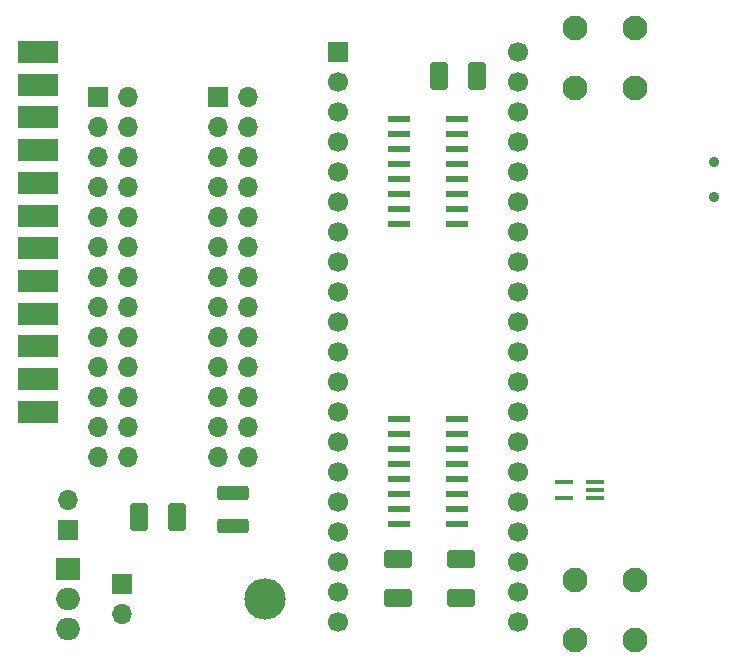
<source format=gbs>
%TF.GenerationSoftware,KiCad,Pcbnew,(6.0.4-0)*%
%TF.CreationDate,2022-04-27T14:28:45-07:00*%
%TF.ProjectId,bluescsi_iigs_internal,626c7565-7363-4736-995f-696967735f69,rev?*%
%TF.SameCoordinates,Original*%
%TF.FileFunction,Soldermask,Bot*%
%TF.FilePolarity,Negative*%
%FSLAX46Y46*%
G04 Gerber Fmt 4.6, Leading zero omitted, Abs format (unit mm)*
G04 Created by KiCad (PCBNEW (6.0.4-0)) date 2022-04-27 14:28:45*
%MOMM*%
%LPD*%
G01*
G04 APERTURE LIST*
G04 Aperture macros list*
%AMRoundRect*
0 Rectangle with rounded corners*
0 $1 Rounding radius*
0 $2 $3 $4 $5 $6 $7 $8 $9 X,Y pos of 4 corners*
0 Add a 4 corners polygon primitive as box body*
4,1,4,$2,$3,$4,$5,$6,$7,$8,$9,$2,$3,0*
0 Add four circle primitives for the rounded corners*
1,1,$1+$1,$2,$3*
1,1,$1+$1,$4,$5*
1,1,$1+$1,$6,$7*
1,1,$1+$1,$8,$9*
0 Add four rect primitives between the rounded corners*
20,1,$1+$1,$2,$3,$4,$5,0*
20,1,$1+$1,$4,$5,$6,$7,0*
20,1,$1+$1,$6,$7,$8,$9,0*
20,1,$1+$1,$8,$9,$2,$3,0*%
G04 Aperture macros list end*
%ADD10R,3.480000X1.846667*%
%ADD11R,1.500000X0.400000*%
%ADD12O,2.000000X1.905000*%
%ADD13R,2.000000X1.905000*%
%ADD14O,3.500000X3.500000*%
%ADD15C,2.100000*%
%ADD16O,1.700000X1.700000*%
%ADD17R,1.700000X1.700000*%
%ADD18RoundRect,0.250000X1.075000X-0.375000X1.075000X0.375000X-1.075000X0.375000X-1.075000X-0.375000X0*%
%ADD19RoundRect,0.250000X-0.500000X-0.925000X0.500000X-0.925000X0.500000X0.925000X-0.500000X0.925000X0*%
%ADD20C,0.900000*%
%ADD21RoundRect,0.250000X-0.925000X0.500000X-0.925000X-0.500000X0.925000X-0.500000X0.925000X0.500000X0*%
%ADD22C,1.700000*%
%ADD23R,1.970000X0.600000*%
G04 APERTURE END LIST*
D10*
%TO.C,J6*%
X127000000Y-50805000D03*
X127000000Y-53575000D03*
X127000000Y-56345000D03*
X127000000Y-59115000D03*
X127000000Y-61885000D03*
X127000000Y-64655000D03*
X127000000Y-67425000D03*
X127000000Y-70195000D03*
X127000000Y-72965000D03*
X127000000Y-75735000D03*
X127000000Y-78505000D03*
X127000000Y-81275000D03*
%TD*%
D11*
%TO.C,U5*%
X171517000Y-87234000D03*
X171517000Y-88534000D03*
X174177000Y-88534000D03*
X174177000Y-87884000D03*
X174177000Y-87234000D03*
%TD*%
D12*
%TO.C,U4*%
X129540000Y-99695000D03*
X129540000Y-97155000D03*
D13*
X129540000Y-94615000D03*
D14*
X146200000Y-97155000D03*
%TD*%
D15*
%TO.C,M2*%
X172461000Y-48791000D03*
X177541000Y-48791000D03*
X172461000Y-53871000D03*
X177541000Y-53871000D03*
%TD*%
%TO.C,M1*%
X172461000Y-95481000D03*
X177541000Y-95481000D03*
X172461000Y-100561000D03*
X177541000Y-100561000D03*
%TD*%
D16*
%TO.C,J5*%
X129540000Y-88773000D03*
D17*
X129540000Y-91313000D03*
%TD*%
D18*
%TO.C,F1*%
X143510000Y-88135000D03*
X143510000Y-90935000D03*
%TD*%
D16*
%TO.C,J4*%
X134112000Y-98425000D03*
D17*
X134112000Y-95885000D03*
%TD*%
D19*
%TO.C,C4*%
X138785000Y-90170000D03*
X135535000Y-90170000D03*
%TD*%
D20*
%TO.C,SW1*%
X184226000Y-63095000D03*
X184226000Y-60095000D03*
%TD*%
D21*
%TO.C,C3*%
X157480000Y-97002000D03*
X157480000Y-93752000D03*
%TD*%
%TO.C,C2*%
X162814000Y-97002000D03*
X162814000Y-93752000D03*
%TD*%
D19*
%TO.C,C1*%
X160935000Y-52832000D03*
X164185000Y-52832000D03*
%TD*%
D16*
%TO.C,J2*%
X144780000Y-85090000D03*
X142240000Y-85090000D03*
X144780000Y-82550000D03*
X142240000Y-82550000D03*
X144780000Y-80010000D03*
X142240000Y-80010000D03*
X144780000Y-77470000D03*
X142240000Y-77470000D03*
X144780000Y-74930000D03*
X142240000Y-74930000D03*
X144780000Y-72390000D03*
X142240000Y-72390000D03*
X144780000Y-69850000D03*
X142240000Y-69850000D03*
X144780000Y-67310000D03*
X142240000Y-67310000D03*
X144780000Y-64770000D03*
X142240000Y-64770000D03*
X144780000Y-62230000D03*
X142240000Y-62230000D03*
X144780000Y-59690000D03*
X142240000Y-59690000D03*
X144780000Y-57150000D03*
X142240000Y-57150000D03*
X144780000Y-54610000D03*
D17*
X142240000Y-54610000D03*
%TD*%
D22*
%TO.C,U1*%
X167640000Y-50800000D03*
D17*
X152400000Y-50800000D03*
D22*
X167640000Y-53340000D03*
X152400000Y-53340000D03*
X167640000Y-55880000D03*
X152400000Y-55880000D03*
X167640000Y-58420000D03*
X152400000Y-58420000D03*
X167640000Y-60960000D03*
X152400000Y-60960000D03*
X167640000Y-63500000D03*
X152400000Y-63500000D03*
X167640000Y-66040000D03*
X152400000Y-66040000D03*
X167640000Y-68580000D03*
X152400000Y-68580000D03*
X167640000Y-71120000D03*
X152400000Y-71120000D03*
X167640000Y-73660000D03*
X152400000Y-73660000D03*
X167640000Y-76200000D03*
X152400000Y-76200000D03*
X167640000Y-78740000D03*
X152400000Y-78740000D03*
X167640000Y-81280000D03*
X152400000Y-81280000D03*
X167640000Y-83820000D03*
X152400000Y-83820000D03*
X167640000Y-86360000D03*
X152400000Y-86360000D03*
X167640000Y-88900000D03*
X152400000Y-88900000D03*
X167640000Y-91440000D03*
X152400000Y-91440000D03*
X167640000Y-93980000D03*
X152400000Y-93980000D03*
X167640000Y-96520000D03*
X152400000Y-96520000D03*
X167640000Y-99060000D03*
X152400000Y-99060000D03*
%TD*%
D23*
%TO.C,U3*%
X162495000Y-81915000D03*
X162495000Y-83185000D03*
X162495000Y-84455000D03*
X162495000Y-85725000D03*
X162495000Y-86995000D03*
X162495000Y-88265000D03*
X162495000Y-89535000D03*
X162495000Y-90805000D03*
X157545000Y-90805000D03*
X157545000Y-89535000D03*
X157545000Y-88265000D03*
X157545000Y-86995000D03*
X157545000Y-85725000D03*
X157545000Y-84455000D03*
X157545000Y-83185000D03*
X157545000Y-81915000D03*
%TD*%
%TO.C,U2*%
X162495000Y-56515000D03*
X162495000Y-57785000D03*
X162495000Y-59055000D03*
X162495000Y-60325000D03*
X162495000Y-61595000D03*
X162495000Y-62865000D03*
X162495000Y-64135000D03*
X162495000Y-65405000D03*
X157545000Y-65405000D03*
X157545000Y-64135000D03*
X157545000Y-62865000D03*
X157545000Y-61595000D03*
X157545000Y-60325000D03*
X157545000Y-59055000D03*
X157545000Y-57785000D03*
X157545000Y-56515000D03*
%TD*%
D16*
%TO.C,J1*%
X134620000Y-85090000D03*
X132080000Y-85090000D03*
X134620000Y-82550000D03*
X132080000Y-82550000D03*
X134620000Y-80010000D03*
X132080000Y-80010000D03*
X134620000Y-77470000D03*
X132080000Y-77470000D03*
X134620000Y-74930000D03*
X132080000Y-74930000D03*
X134620000Y-72390000D03*
X132080000Y-72390000D03*
X134620000Y-69850000D03*
X132080000Y-69850000D03*
X134620000Y-67310000D03*
X132080000Y-67310000D03*
X134620000Y-64770000D03*
X132080000Y-64770000D03*
X134620000Y-62230000D03*
X132080000Y-62230000D03*
X134620000Y-59690000D03*
X132080000Y-59690000D03*
X134620000Y-57150000D03*
X132080000Y-57150000D03*
X134620000Y-54610000D03*
D17*
X132080000Y-54610000D03*
%TD*%
M02*

</source>
